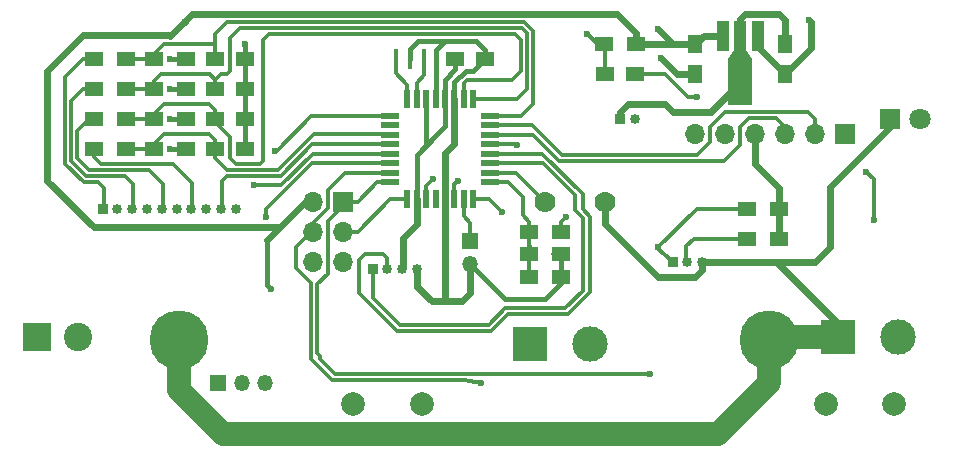
<source format=gtl>
G04 #@! TF.FileFunction,Copper,L1,Top,Signal*
%FSLAX46Y46*%
G04 Gerber Fmt 4.6, Leading zero omitted, Abs format (unit mm)*
G04 Created by KiCad (PCBNEW 4.0.7) date 08/24/19 10:44:38*
%MOMM*%
%LPD*%
G01*
G04 APERTURE LIST*
%ADD10C,0.100000*%
%ADD11R,0.850000X0.850000*%
%ADD12C,0.850000*%
%ADD13C,2.000000*%
%ADD14C,5.000000*%
%ADD15R,1.350000X1.350000*%
%ADD16O,1.350000X1.350000*%
%ADD17R,1.700000X1.700000*%
%ADD18O,1.700000X1.700000*%
%ADD19R,3.000000X3.000000*%
%ADD20C,3.000000*%
%ADD21R,2.400000X2.400000*%
%ADD22C,2.400000*%
%ADD23R,1.250000X1.500000*%
%ADD24R,1.500000X1.250000*%
%ADD25R,1.500000X1.300000*%
%ADD26R,0.400000X1.800000*%
%ADD27R,1.800000X1.800000*%
%ADD28C,1.800000*%
%ADD29C,1.778000*%
%ADD30R,1.000000X2.500000*%
%ADD31R,2.000000X4.000000*%
%ADD32R,0.550000X1.600000*%
%ADD33R,1.600000X0.550000*%
%ADD34C,0.600000*%
%ADD35C,0.304800*%
%ADD36C,2.032000*%
%ADD37C,0.609600*%
%ADD38C,0.406400*%
G04 APERTURE END LIST*
D10*
D11*
X139573000Y-103505000D03*
D12*
X140823000Y-103505000D03*
X142073000Y-103505000D03*
X143323000Y-103505000D03*
X144573000Y-103505000D03*
X145823000Y-103505000D03*
X147073000Y-103505000D03*
X148323000Y-103505000D03*
X149573000Y-103505000D03*
X150823000Y-103505000D03*
D13*
X166603000Y-120015000D03*
X160803000Y-120015000D03*
X200808000Y-120015000D03*
X206608000Y-120015000D03*
D11*
X183388000Y-95885000D03*
D12*
X184638000Y-95885000D03*
D14*
X145998000Y-114619000D03*
D15*
X149352000Y-118237000D03*
D16*
X151352000Y-118237000D03*
X153352000Y-118237000D03*
D17*
X159893000Y-102870000D03*
D18*
X157353000Y-102870000D03*
X159893000Y-105410000D03*
X157353000Y-105410000D03*
X159893000Y-107950000D03*
X157353000Y-107950000D03*
D19*
X175768000Y-114935000D03*
D20*
X180848000Y-114935000D03*
D14*
X195998000Y-114619000D03*
D21*
X133998000Y-114365000D03*
D22*
X137498000Y-114365000D03*
D15*
X170688000Y-106172000D03*
D16*
X170688000Y-108172000D03*
D19*
X201803000Y-114300000D03*
D20*
X206883000Y-114300000D03*
D23*
X197358000Y-89555000D03*
X197358000Y-92055000D03*
X189738000Y-89555000D03*
X189738000Y-92055000D03*
D24*
X169438000Y-90805000D03*
X171938000Y-90805000D03*
X149118000Y-90805000D03*
X151618000Y-90805000D03*
X149118000Y-93345000D03*
X151618000Y-93345000D03*
X149118000Y-98425000D03*
X151618000Y-98425000D03*
X184638000Y-92075000D03*
X182138000Y-92075000D03*
X149118000Y-95885000D03*
X151618000Y-95885000D03*
D25*
X143938000Y-90805000D03*
X146638000Y-90805000D03*
X138858000Y-90805000D03*
X141558000Y-90805000D03*
X143938000Y-93345000D03*
X146638000Y-93345000D03*
X138858000Y-93345000D03*
X141558000Y-93345000D03*
X175688000Y-105410000D03*
X178388000Y-105410000D03*
X143938000Y-98425000D03*
X146638000Y-98425000D03*
X138858000Y-98425000D03*
X141558000Y-98425000D03*
X175688000Y-107315000D03*
X178388000Y-107315000D03*
X182038000Y-89535000D03*
X184738000Y-89535000D03*
X138858000Y-95885000D03*
X141558000Y-95885000D03*
X143938000Y-95885000D03*
X146638000Y-95885000D03*
X196803000Y-103505000D03*
X194103000Y-103505000D03*
X196803000Y-106045000D03*
X194103000Y-106045000D03*
D26*
X164408000Y-90805000D03*
X165608000Y-90805000D03*
X166808000Y-90805000D03*
D27*
X206248000Y-95885000D03*
D28*
X208788000Y-95885000D03*
D29*
X182118000Y-102870000D03*
X177038000Y-102870000D03*
D25*
X175688000Y-109220000D03*
X178388000Y-109220000D03*
D11*
X162433000Y-108585000D03*
D12*
X163683000Y-108585000D03*
X164933000Y-108585000D03*
X166183000Y-108585000D03*
D17*
X202438000Y-97155000D03*
D18*
X199898000Y-97155000D03*
X197358000Y-97155000D03*
X194818000Y-97155000D03*
X192278000Y-97155000D03*
X189738000Y-97155000D03*
D11*
X187833000Y-107950000D03*
D12*
X189083000Y-107950000D03*
X190333000Y-107950000D03*
D30*
X195048000Y-88825000D03*
X193548000Y-88825000D03*
X192048000Y-88825000D03*
D31*
X193548000Y-92785000D03*
D10*
G36*
X192548000Y-90810000D02*
X193048000Y-90060000D01*
X194048000Y-90060000D01*
X194548000Y-90810000D01*
X192548000Y-90810000D01*
X192548000Y-90810000D01*
G37*
D32*
X170948000Y-94175000D03*
X170148000Y-94175000D03*
X169348000Y-94175000D03*
X168548000Y-94175000D03*
X167748000Y-94175000D03*
X166948000Y-94175000D03*
X166148000Y-94175000D03*
X165348000Y-94175000D03*
D33*
X163898000Y-95625000D03*
X163898000Y-96425000D03*
X163898000Y-97225000D03*
X163898000Y-98025000D03*
X163898000Y-98825000D03*
X163898000Y-99625000D03*
X163898000Y-100425000D03*
X163898000Y-101225000D03*
D32*
X165348000Y-102675000D03*
X166148000Y-102675000D03*
X166948000Y-102675000D03*
X167748000Y-102675000D03*
X168548000Y-102675000D03*
X169348000Y-102675000D03*
X170148000Y-102675000D03*
X170948000Y-102675000D03*
D33*
X172398000Y-101225000D03*
X172398000Y-100425000D03*
X172398000Y-99625000D03*
X172398000Y-98825000D03*
X172398000Y-98025000D03*
X172398000Y-97225000D03*
X172398000Y-96425000D03*
X172398000Y-95625000D03*
D34*
X180594000Y-88646000D03*
X174625000Y-98044000D03*
X186817000Y-90678000D03*
X199390000Y-87503000D03*
X151638000Y-89535000D03*
X186563000Y-106680000D03*
X173355000Y-103759000D03*
X152400000Y-101473000D03*
X204851000Y-104394000D03*
X204216000Y-100330000D03*
X154178000Y-98552000D03*
X185928000Y-117475000D03*
X186563000Y-88265000D03*
X146558000Y-87630000D03*
X153797000Y-110236000D03*
X145288000Y-90805000D03*
X145288000Y-93345000D03*
X145288000Y-95885000D03*
X145288000Y-98425000D03*
X171577000Y-118237000D03*
X153416000Y-104140000D03*
X178816000Y-104140000D03*
X189865000Y-93980000D03*
X167513000Y-100965000D03*
X169672000Y-101092000D03*
D35*
X180594000Y-88646000D02*
X181483000Y-89535000D01*
X181483000Y-89535000D02*
X182038000Y-89535000D01*
X182138000Y-92075000D02*
X182138000Y-89635000D01*
X182138000Y-89635000D02*
X182038000Y-89535000D01*
X172398000Y-98025000D02*
X174606000Y-98025000D01*
X174606000Y-98025000D02*
X174625000Y-98044000D01*
D36*
X195998000Y-114619000D02*
X195998000Y-118200000D01*
X145998000Y-118820000D02*
X145998000Y-114619000D01*
X149733000Y-122555000D02*
X145998000Y-118820000D01*
X191643000Y-122555000D02*
X149733000Y-122555000D01*
X195998000Y-118200000D02*
X191643000Y-122555000D01*
X201803000Y-114300000D02*
X196317000Y-114300000D01*
X196317000Y-114300000D02*
X195998000Y-114619000D01*
D37*
X189738000Y-92055000D02*
X188194000Y-92055000D01*
X188194000Y-92055000D02*
X186817000Y-90678000D01*
D35*
X178388000Y-107315000D02*
X177673000Y-107315000D01*
D38*
X178388000Y-109220000D02*
X178388000Y-109775000D01*
X178388000Y-109775000D02*
X177038000Y-111125000D01*
X173641000Y-111125000D02*
X170688000Y-108172000D01*
X177038000Y-111125000D02*
X173641000Y-111125000D01*
X178388000Y-107315000D02*
X178388000Y-109220000D01*
D37*
X201803000Y-114300000D02*
X201803000Y-113157000D01*
X201803000Y-113157000D02*
X196596000Y-107950000D01*
X182118000Y-102870000D02*
X182118000Y-104775000D01*
X189738000Y-109220000D02*
X190333000Y-108625000D01*
X186563000Y-109220000D02*
X189738000Y-109220000D01*
X183388000Y-106045000D02*
X186563000Y-109220000D01*
X182118000Y-104775000D02*
X183388000Y-106045000D01*
X190333000Y-108625000D02*
X190333000Y-107950000D01*
X190333000Y-107950000D02*
X196723000Y-107950000D01*
X196723000Y-107950000D02*
X199898000Y-107950000D01*
X199898000Y-107950000D02*
X201168000Y-106680000D01*
X201168000Y-106680000D02*
X201168000Y-101600000D01*
X201168000Y-101600000D02*
X206248000Y-96520000D01*
X206248000Y-96520000D02*
X206248000Y-95885000D01*
X190248000Y-108035000D02*
X190333000Y-107950000D01*
X166213000Y-108615000D02*
X166213000Y-110079000D01*
X166213000Y-110079000D02*
X167439000Y-111305000D01*
X167439000Y-111305000D02*
X168713000Y-111305000D01*
X166213000Y-108615000D02*
X166183000Y-108585000D01*
X168713000Y-111305000D02*
X170000000Y-111305000D01*
X170688000Y-110617000D02*
X170688000Y-108172000D01*
X170000000Y-111305000D02*
X170688000Y-110617000D01*
X199517000Y-89896000D02*
X197358000Y-92055000D01*
X199390000Y-87503000D02*
X199517000Y-87630000D01*
X199517000Y-87630000D02*
X199517000Y-89896000D01*
D38*
X167748000Y-94175000D02*
X167748000Y-90062000D01*
X167748000Y-90062000D02*
X168529000Y-89281000D01*
X165608000Y-90805000D02*
X165608000Y-89916000D01*
X165608000Y-89916000D02*
X166243000Y-89281000D01*
X166243000Y-89281000D02*
X168529000Y-89281000D01*
X168529000Y-89281000D02*
X171196000Y-89281000D01*
X171196000Y-89281000D02*
X171938000Y-90023000D01*
X171938000Y-90023000D02*
X171938000Y-90805000D01*
X169348000Y-94175000D02*
X169348000Y-92780000D01*
X170922000Y-91821000D02*
X171938000Y-90805000D01*
X170307000Y-91821000D02*
X170922000Y-91821000D01*
X169348000Y-92780000D02*
X170307000Y-91821000D01*
D37*
X168548000Y-102675000D02*
X168548000Y-98787000D01*
X169348000Y-97987000D02*
X169348000Y-94175000D01*
X168548000Y-98787000D02*
X169348000Y-97987000D01*
X168548000Y-102675000D02*
X168548000Y-111140000D01*
X168548000Y-111140000D02*
X168713000Y-111305000D01*
X195048000Y-88825000D02*
X195048000Y-89745000D01*
X195048000Y-89745000D02*
X197358000Y-92055000D01*
D38*
X151618000Y-89555000D02*
X151618000Y-90805000D01*
X151638000Y-89535000D02*
X151618000Y-89555000D01*
X151618000Y-93345000D02*
X151618000Y-90805000D01*
X151618000Y-95885000D02*
X151618000Y-93345000D01*
X151618000Y-98425000D02*
X151618000Y-95885000D01*
D35*
X170148000Y-102675000D02*
X170148000Y-104108000D01*
X170688000Y-104648000D02*
X170688000Y-106172000D01*
X170148000Y-104108000D02*
X170688000Y-104648000D01*
X170948000Y-102675000D02*
X172271000Y-102675000D01*
X172271000Y-102675000D02*
X173355000Y-103759000D01*
X186563000Y-106680000D02*
X186478000Y-106765000D01*
X173296000Y-103818000D02*
X173355000Y-103759000D01*
X187748000Y-107915000D02*
X186478000Y-106765000D01*
X189865000Y-103505000D02*
X194103000Y-103505000D01*
X186478000Y-106765000D02*
X189865000Y-103505000D01*
X172398000Y-101225000D02*
X173869000Y-101225000D01*
X175688000Y-104568000D02*
X175688000Y-105410000D01*
X175133000Y-104013000D02*
X175688000Y-104568000D01*
X175133000Y-102489000D02*
X175133000Y-104013000D01*
X173869000Y-101225000D02*
X175133000Y-102489000D01*
X175688000Y-107315000D02*
X175688000Y-109220000D01*
X175688000Y-105410000D02*
X175688000Y-107315000D01*
X175764802Y-105333198D02*
X175688000Y-105410000D01*
X175768000Y-106600000D02*
X175688000Y-106680000D01*
X172398000Y-100425000D02*
X174593000Y-100425000D01*
X174593000Y-100425000D02*
X177038000Y-102870000D01*
X166243000Y-113284000D02*
X164719000Y-113284000D01*
X170688000Y-113284000D02*
X166243000Y-113284000D01*
X172260102Y-113284000D02*
X173653904Y-111890198D01*
X173653904Y-111890198D02*
X178733904Y-111890198D01*
X178733904Y-111890198D02*
X180213000Y-110411102D01*
X180213000Y-110411102D02*
X180213000Y-104218898D01*
X180213000Y-104218898D02*
X179578000Y-103583898D01*
X179578000Y-103583898D02*
X179578000Y-102313898D01*
X179578000Y-102313898D02*
X176889102Y-99625000D01*
X172398000Y-99625000D02*
X176889102Y-99625000D01*
X170688000Y-113284000D02*
X172260102Y-113284000D01*
X162433000Y-110998000D02*
X162433000Y-108585000D01*
X164719000Y-113284000D02*
X162433000Y-110998000D01*
X165735000Y-113792000D02*
X164465000Y-113792000D01*
X170942000Y-113792000D02*
X165735000Y-113792000D01*
X172466000Y-113792000D02*
X173863000Y-112395000D01*
X173863000Y-112395000D02*
X178943000Y-112395000D01*
X178943000Y-112395000D02*
X180848000Y-110490000D01*
X180848000Y-110490000D02*
X180848000Y-104140000D01*
X180848000Y-104140000D02*
X180213000Y-103505000D01*
X180213000Y-103505000D02*
X180213000Y-102235000D01*
X180213000Y-102235000D02*
X176803000Y-98825000D01*
X172398000Y-98825000D02*
X176803000Y-98825000D01*
X170942000Y-113792000D02*
X172466000Y-113792000D01*
X163683000Y-107676000D02*
X163683000Y-108585000D01*
X163322000Y-107315000D02*
X163683000Y-107676000D01*
X161798000Y-107315000D02*
X163322000Y-107315000D01*
X161290000Y-107823000D02*
X161798000Y-107315000D01*
X161290000Y-110617000D02*
X161290000Y-107823000D01*
X164465000Y-113792000D02*
X161290000Y-110617000D01*
X163898000Y-98825000D02*
X157334000Y-98825000D01*
X154686000Y-101473000D02*
X152400000Y-101473000D01*
X157334000Y-98825000D02*
X154686000Y-101473000D01*
X204851000Y-100965000D02*
X204851000Y-104394000D01*
X204216000Y-100330000D02*
X204851000Y-100965000D01*
X149663000Y-103325000D02*
X149663000Y-101158802D01*
X157323898Y-98025000D02*
X163898000Y-98025000D01*
X154637898Y-100711000D02*
X157323898Y-98025000D01*
X150110802Y-100711000D02*
X154637898Y-100711000D01*
X149663000Y-101158802D02*
X150110802Y-100711000D01*
X143938000Y-98425000D02*
X143938000Y-97997000D01*
X143938000Y-97997000D02*
X144780000Y-97155000D01*
X149118000Y-97683000D02*
X149118000Y-98425000D01*
X148590000Y-97155000D02*
X149118000Y-97683000D01*
X144780000Y-97155000D02*
X148590000Y-97155000D01*
X141558000Y-98425000D02*
X143938000Y-98425000D01*
X156610000Y-98025000D02*
X157480000Y-97155000D01*
X149118000Y-99207000D02*
X150114000Y-100203000D01*
X149118000Y-98425000D02*
X149118000Y-99207000D01*
X150114000Y-100203000D02*
X154432000Y-100203000D01*
X154432000Y-100203000D02*
X156610000Y-98025000D01*
X157480000Y-97155000D02*
X163828000Y-97155000D01*
X163828000Y-97155000D02*
X163898000Y-97225000D01*
X163898000Y-95625000D02*
X157232000Y-95625000D01*
X154305000Y-98552000D02*
X154178000Y-98552000D01*
X157232000Y-95625000D02*
X154305000Y-98552000D01*
X153162000Y-99441000D02*
X153162000Y-89154000D01*
X170148000Y-94175000D02*
X170148000Y-92869000D01*
X170434000Y-92583000D02*
X170148000Y-92869000D01*
X174244000Y-92583000D02*
X170434000Y-92583000D01*
X175006000Y-91821000D02*
X174244000Y-92583000D01*
X175006000Y-89184796D02*
X175006000Y-91821000D01*
X152908000Y-99695000D02*
X153162000Y-99441000D01*
X150876000Y-99695000D02*
X152908000Y-99695000D01*
X150368000Y-99187000D02*
X150876000Y-99695000D01*
X150368000Y-97409000D02*
X150368000Y-99187000D01*
X150368000Y-97409000D02*
X149118000Y-96159000D01*
X174483010Y-88661806D02*
X175006000Y-89184796D01*
X153654194Y-88661806D02*
X174483010Y-88661806D01*
X153162000Y-89154000D02*
X153654194Y-88661806D01*
X143938000Y-95885000D02*
X143938000Y-95457000D01*
X143938000Y-95457000D02*
X144780000Y-94615000D01*
X149118000Y-95143000D02*
X149118000Y-95885000D01*
X148590000Y-94615000D02*
X149118000Y-95143000D01*
X144780000Y-94615000D02*
X148590000Y-94615000D01*
X141558000Y-95885000D02*
X143938000Y-95885000D01*
X149118000Y-95885000D02*
X149118000Y-96159000D01*
X175517198Y-88982096D02*
X175517198Y-88601096D01*
X175517198Y-93341802D02*
X174684000Y-94175000D01*
X175517198Y-88982096D02*
X175517198Y-93341802D01*
X150368000Y-91821000D02*
X150368000Y-88978898D01*
X150114000Y-92075000D02*
X150368000Y-91821000D01*
X149606000Y-92075000D02*
X150114000Y-92075000D01*
X149118000Y-92563000D02*
X149606000Y-92075000D01*
X174684000Y-94175000D02*
X170948000Y-94175000D01*
X151189894Y-88157004D02*
X150368000Y-88978898D01*
X175073106Y-88157004D02*
X151189894Y-88157004D01*
X175517198Y-88601096D02*
X175073106Y-88157004D01*
X143938000Y-93345000D02*
X143938000Y-92663000D01*
X148630000Y-92075000D02*
X149118000Y-92563000D01*
X144526000Y-92075000D02*
X148630000Y-92075000D01*
X143938000Y-92663000D02*
X144526000Y-92075000D01*
X141558000Y-93345000D02*
X143938000Y-93345000D01*
X149118000Y-93345000D02*
X149118000Y-92563000D01*
X149098000Y-89535000D02*
X149098000Y-88668202D01*
X176022000Y-88773000D02*
X176022000Y-94615000D01*
X176022000Y-94615000D02*
X175012000Y-95625000D01*
X175012000Y-95625000D02*
X172398000Y-95625000D01*
X176022000Y-88392000D02*
X176022000Y-88773000D01*
X175282202Y-87652202D02*
X176022000Y-88392000D01*
X150114000Y-87652202D02*
X175282202Y-87652202D01*
X149098000Y-88668202D02*
X150114000Y-87652202D01*
X143938000Y-90805000D02*
X143938000Y-90377000D01*
X143938000Y-90377000D02*
X144780000Y-89535000D01*
X144780000Y-89535000D02*
X149098000Y-89535000D01*
X149098000Y-89535000D02*
X149118000Y-89535000D01*
X141558000Y-90805000D02*
X143938000Y-90805000D01*
X149118000Y-90805000D02*
X149118000Y-89535000D01*
X149118000Y-89535000D02*
X149118000Y-89515000D01*
X165348000Y-102675000D02*
X163898000Y-102675000D01*
X161163000Y-105410000D02*
X159893000Y-105410000D01*
X163898000Y-102675000D02*
X161163000Y-105410000D01*
X159893000Y-102870000D02*
X159893000Y-103251000D01*
X159893000Y-103251000D02*
X158623000Y-104521000D01*
X157730802Y-109858198D02*
X158623000Y-108966000D01*
X169418000Y-117475000D02*
X185928000Y-117475000D01*
X157988000Y-115954198D02*
X157730802Y-115697000D01*
X157730802Y-115697000D02*
X157730802Y-109937096D01*
X159258000Y-117475000D02*
X157988000Y-116205000D01*
X169418000Y-117475000D02*
X159258000Y-117475000D01*
X157988000Y-116205000D02*
X157988000Y-115954198D01*
X157730802Y-109937096D02*
X157730802Y-109858198D01*
X158623000Y-104521000D02*
X158623000Y-108966000D01*
X163898000Y-101225000D02*
X162808000Y-101225000D01*
X161163000Y-102870000D02*
X159893000Y-102870000D01*
X162808000Y-101225000D02*
X161163000Y-102870000D01*
X163898000Y-101225000D02*
X163491102Y-101225000D01*
D37*
X134874000Y-91821000D02*
X134874000Y-101092000D01*
X146558000Y-87607798D02*
X145288000Y-88877798D01*
X145288000Y-88877798D02*
X145288000Y-88773000D01*
X134874000Y-91821000D02*
X137922000Y-88773000D01*
X145288000Y-88773000D02*
X137922000Y-88773000D01*
X138811000Y-105029000D02*
X154559000Y-105029000D01*
X134874000Y-101092000D02*
X138811000Y-105029000D01*
X187833000Y-89535000D02*
X187833000Y-89555000D01*
X186563000Y-88265000D02*
X187833000Y-89535000D01*
X146558000Y-87630000D02*
X146546899Y-87618899D01*
X146546899Y-87618899D02*
X146558000Y-87630000D01*
X146558000Y-87630000D02*
X146558000Y-87607798D01*
D38*
X153479500Y-109918500D02*
X153479500Y-106108500D01*
X153797000Y-110236000D02*
X153479500Y-109918500D01*
D37*
X153479500Y-106108500D02*
X154559000Y-105029000D01*
X154559000Y-105029000D02*
X156718000Y-102870000D01*
X157353000Y-102870000D02*
X156718000Y-102870000D01*
X194818000Y-97155000D02*
X194818000Y-99695000D01*
X196803000Y-101680000D02*
X196803000Y-103505000D01*
X194818000Y-99695000D02*
X196803000Y-101680000D01*
X194898000Y-97235000D02*
X194818000Y-97155000D01*
D38*
X166948000Y-94175000D02*
X166948000Y-98101000D01*
X166948000Y-98101000D02*
X166148000Y-98901000D01*
X166148000Y-102675000D02*
X166148000Y-98901000D01*
X168548000Y-96501000D02*
X168548000Y-94175000D01*
X166148000Y-98901000D02*
X168548000Y-96501000D01*
X168548000Y-94175000D02*
X168548000Y-92564000D01*
X168548000Y-92564000D02*
X169438000Y-91674000D01*
X169438000Y-91674000D02*
X169438000Y-90805000D01*
D37*
X166148000Y-102675000D02*
X166148000Y-104743000D01*
X164963000Y-105928000D02*
X164963000Y-108405000D01*
X166148000Y-104743000D02*
X164963000Y-105928000D01*
X192048000Y-88825000D02*
X192048000Y-88416000D01*
X196803000Y-106045000D02*
X196803000Y-103505000D01*
X184738000Y-89535000D02*
X184738000Y-88599000D01*
X147170798Y-86995000D02*
X146558000Y-87607798D01*
X183134000Y-86995000D02*
X147170798Y-86995000D01*
X184738000Y-88599000D02*
X183134000Y-86995000D01*
X189738000Y-89555000D02*
X187833000Y-89555000D01*
X187833000Y-89555000D02*
X184758000Y-89555000D01*
X184758000Y-89555000D02*
X184738000Y-89535000D01*
X192048000Y-88825000D02*
X190468000Y-88825000D01*
X190468000Y-88825000D02*
X189738000Y-89555000D01*
D38*
X146638000Y-90805000D02*
X145288000Y-90805000D01*
X146638000Y-93345000D02*
X145288000Y-93345000D01*
X146638000Y-95885000D02*
X145288000Y-95885000D01*
X146638000Y-98425000D02*
X145288000Y-98425000D01*
D35*
X163898000Y-100425000D02*
X160052000Y-100425000D01*
X158623000Y-103378000D02*
X157353000Y-104648000D01*
X158623000Y-101854000D02*
X158623000Y-103378000D01*
X160052000Y-100425000D02*
X158623000Y-101854000D01*
X157353000Y-104648000D02*
X157353000Y-105410000D01*
X157226000Y-109728000D02*
X155956000Y-108458000D01*
X157226000Y-109728000D02*
X157226000Y-116205000D01*
X159004000Y-117983000D02*
X157483198Y-116462198D01*
X170180000Y-117983000D02*
X159004000Y-117983000D01*
X171577000Y-118237000D02*
X170180000Y-117983000D01*
X157226000Y-116205000D02*
X157483198Y-116462198D01*
X155956000Y-106680000D02*
X157226000Y-105410000D01*
X155956000Y-108458000D02*
X155956000Y-106680000D01*
X157226000Y-105410000D02*
X157353000Y-105410000D01*
X157296000Y-99625000D02*
X153416000Y-103505000D01*
X153416000Y-103505000D02*
X153416000Y-104140000D01*
X163898000Y-99625000D02*
X157296000Y-99625000D01*
X193548000Y-96520000D02*
X193548000Y-98044000D01*
X193548000Y-96520000D02*
X194313198Y-95754802D01*
X194313198Y-95754802D02*
X196592802Y-95754802D01*
X197358000Y-96520000D02*
X196592802Y-95754802D01*
X176013102Y-97225000D02*
X172398000Y-97225000D01*
X178225904Y-99437802D02*
X176013102Y-97225000D01*
X192154198Y-99437802D02*
X178225904Y-99437802D01*
X193548000Y-98044000D02*
X192154198Y-99437802D01*
X197358000Y-96520000D02*
X197358000Y-97155000D01*
X197358000Y-96520000D02*
X197358000Y-97155000D01*
X178435000Y-98933000D02*
X189865000Y-98933000D01*
X199263000Y-95250000D02*
X199898000Y-95885000D01*
X199898000Y-95885000D02*
X199898000Y-97155000D01*
X194818000Y-95250000D02*
X196088000Y-95250000D01*
X196088000Y-95250000D02*
X199263000Y-95250000D01*
X191008000Y-96520000D02*
X192278000Y-95250000D01*
X192278000Y-95250000D02*
X194818000Y-95250000D01*
X191008000Y-97790000D02*
X191008000Y-96520000D01*
X189865000Y-98933000D02*
X191008000Y-97790000D01*
X175419000Y-96425000D02*
X175927000Y-96425000D01*
X172398000Y-96425000D02*
X175419000Y-96425000D01*
X175927000Y-96425000D02*
X178435000Y-98933000D01*
X178388000Y-105410000D02*
X178388000Y-104568000D01*
X178388000Y-104568000D02*
X178816000Y-104140000D01*
X178388000Y-105330000D02*
X178388000Y-105410000D01*
D37*
X183388000Y-95885000D02*
X183388000Y-95250000D01*
X183388000Y-95250000D02*
X184023000Y-94615000D01*
X184023000Y-94615000D02*
X187198000Y-94615000D01*
X187198000Y-94615000D02*
X187833000Y-95250000D01*
X187833000Y-95250000D02*
X191083000Y-95250000D01*
X191083000Y-95250000D02*
X193548000Y-92785000D01*
X193548000Y-90435000D02*
X193548000Y-88825000D01*
X193548000Y-88825000D02*
X193548000Y-87376000D01*
X197358000Y-87503000D02*
X197358000Y-89555000D01*
X196850000Y-86995000D02*
X197358000Y-87503000D01*
X193929000Y-86995000D02*
X196850000Y-86995000D01*
X193548000Y-87376000D02*
X193929000Y-86995000D01*
X193548000Y-92785000D02*
X193548000Y-88825000D01*
D35*
X187198000Y-92075000D02*
X189103000Y-93980000D01*
X189103000Y-93980000D02*
X189865000Y-93980000D01*
X187198000Y-92075000D02*
X184638000Y-92075000D01*
X139663000Y-103325000D02*
X139663000Y-101680406D01*
X137922000Y-90805000D02*
X138858000Y-90805000D01*
X136401198Y-92325802D02*
X137922000Y-90805000D01*
X136401198Y-99650096D02*
X136401198Y-92325802D01*
X137960508Y-101209406D02*
X136401198Y-99650096D01*
X139192000Y-101209406D02*
X137960508Y-101209406D01*
X139663000Y-101680406D02*
X139192000Y-101209406D01*
X188998000Y-107915000D02*
X188998000Y-106658000D01*
X189611000Y-106045000D02*
X194103000Y-106045000D01*
X188998000Y-106658000D02*
X189611000Y-106045000D01*
X166148000Y-94175000D02*
X166148000Y-92805000D01*
X166808000Y-92145000D02*
X166808000Y-90805000D01*
X166148000Y-92805000D02*
X166808000Y-92145000D01*
X165348000Y-94175000D02*
X165348000Y-92958000D01*
X164408000Y-92018000D02*
X164408000Y-90805000D01*
X165348000Y-92958000D02*
X164408000Y-92018000D01*
X142163000Y-103325000D02*
X142163000Y-101396000D01*
X137922000Y-93345000D02*
X138858000Y-93345000D01*
X136906000Y-94361000D02*
X137922000Y-93345000D01*
X136906000Y-99441000D02*
X136906000Y-94361000D01*
X138169604Y-100704604D02*
X136906000Y-99441000D01*
X141471604Y-100704604D02*
X138169604Y-100704604D01*
X142163000Y-101396000D02*
X141471604Y-100704604D01*
X137414000Y-99187000D02*
X137414000Y-96901000D01*
X144663000Y-101352802D02*
X143510000Y-100199802D01*
X143510000Y-100199802D02*
X138426802Y-100199802D01*
X138426802Y-100199802D02*
X137414000Y-99187000D01*
X144663000Y-103325000D02*
X144663000Y-101352802D01*
X137414000Y-96901000D02*
X138430000Y-95885000D01*
X138430000Y-95885000D02*
X138858000Y-95885000D01*
X147163000Y-103325000D02*
X147163000Y-101316000D01*
X138858000Y-99107000D02*
X138858000Y-98425000D01*
X139446000Y-99695000D02*
X138858000Y-99107000D01*
X145542000Y-99695000D02*
X139446000Y-99695000D01*
X147163000Y-101316000D02*
X145542000Y-99695000D01*
X208868000Y-95965000D02*
X208788000Y-95885000D01*
X166948000Y-102675000D02*
X166948000Y-101530000D01*
X166948000Y-101530000D02*
X167513000Y-100965000D01*
X169348000Y-102675000D02*
X169348000Y-101416000D01*
X169348000Y-101416000D02*
X169672000Y-101092000D01*
M02*

</source>
